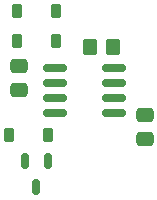
<source format=gbr>
%TF.GenerationSoftware,KiCad,Pcbnew,9.0.3*%
%TF.CreationDate,2025-07-15T20:34:28+12:00*%
%TF.ProjectId,LED_Dimmer,4c45445f-4469-46d6-9d65-722e6b696361,rev?*%
%TF.SameCoordinates,Original*%
%TF.FileFunction,Paste,Top*%
%TF.FilePolarity,Positive*%
%FSLAX46Y46*%
G04 Gerber Fmt 4.6, Leading zero omitted, Abs format (unit mm)*
G04 Created by KiCad (PCBNEW 9.0.3) date 2025-07-15 20:34:28*
%MOMM*%
%LPD*%
G01*
G04 APERTURE LIST*
G04 Aperture macros list*
%AMRoundRect*
0 Rectangle with rounded corners*
0 $1 Rounding radius*
0 $2 $3 $4 $5 $6 $7 $8 $9 X,Y pos of 4 corners*
0 Add a 4 corners polygon primitive as box body*
4,1,4,$2,$3,$4,$5,$6,$7,$8,$9,$2,$3,0*
0 Add four circle primitives for the rounded corners*
1,1,$1+$1,$2,$3*
1,1,$1+$1,$4,$5*
1,1,$1+$1,$6,$7*
1,1,$1+$1,$8,$9*
0 Add four rect primitives between the rounded corners*
20,1,$1+$1,$2,$3,$4,$5,0*
20,1,$1+$1,$4,$5,$6,$7,0*
20,1,$1+$1,$6,$7,$8,$9,0*
20,1,$1+$1,$8,$9,$2,$3,0*%
G04 Aperture macros list end*
%ADD10RoundRect,0.250000X0.475000X-0.337500X0.475000X0.337500X-0.475000X0.337500X-0.475000X-0.337500X0*%
%ADD11RoundRect,0.150000X-0.150000X0.512500X-0.150000X-0.512500X0.150000X-0.512500X0.150000X0.512500X0*%
%ADD12RoundRect,0.150000X-0.825000X-0.150000X0.825000X-0.150000X0.825000X0.150000X-0.825000X0.150000X0*%
%ADD13RoundRect,0.250000X0.350000X0.450000X-0.350000X0.450000X-0.350000X-0.450000X0.350000X-0.450000X0*%
%ADD14RoundRect,0.225000X0.225000X0.375000X-0.225000X0.375000X-0.225000X-0.375000X0.225000X-0.375000X0*%
%ADD15RoundRect,0.225000X-0.225000X-0.375000X0.225000X-0.375000X0.225000X0.375000X-0.225000X0.375000X0*%
G04 APERTURE END LIST*
D10*
%TO.C,C2*%
X101804915Y-35175191D03*
X101804915Y-33100191D03*
%TD*%
D11*
%TO.C,Q1*%
X104237998Y-41111443D03*
X102337998Y-41111441D03*
X103288000Y-43386442D03*
%TD*%
D12*
%TO.C,U1*%
X104873914Y-33306565D03*
X104873913Y-34576567D03*
X104873909Y-35846573D03*
X104873916Y-37116568D03*
X109823912Y-37116569D03*
X109823913Y-35846567D03*
X109823917Y-34576561D03*
X109823910Y-33306566D03*
%TD*%
D10*
%TO.C,C1*%
X112443516Y-39325000D03*
X112443516Y-37250000D03*
%TD*%
D13*
%TO.C,R1*%
X109778396Y-31500000D03*
X107778396Y-31500000D03*
%TD*%
D14*
%TO.C,D2*%
X104967401Y-28480607D03*
X101667397Y-28480613D03*
%TD*%
%TO.C,D3*%
X104266589Y-38915628D03*
X100966587Y-38915634D03*
%TD*%
D15*
%TO.C,D1*%
X101667393Y-31020613D03*
X104967397Y-31020607D03*
%TD*%
M02*

</source>
